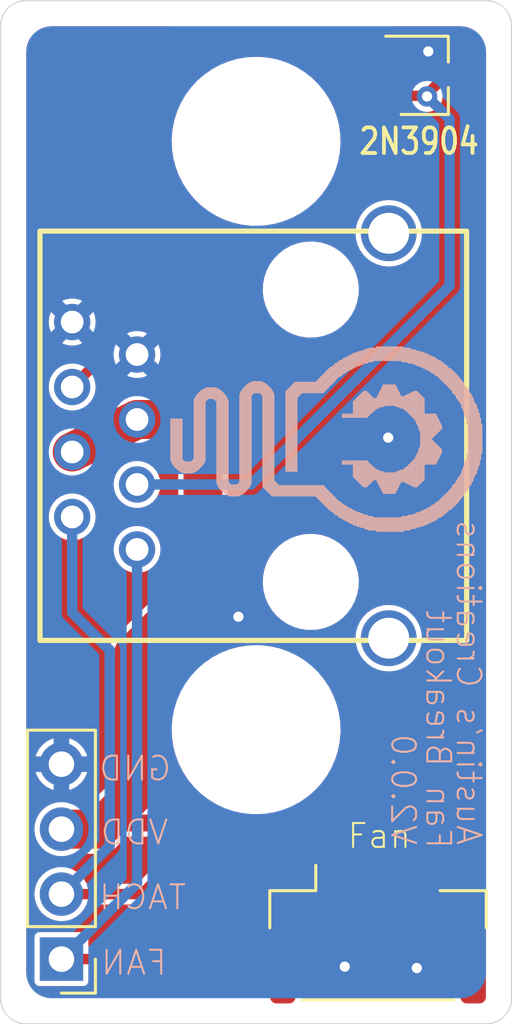
<source format=kicad_pcb>
(kicad_pcb (version 20221018) (generator pcbnew)
  (layers (0 "F.Cu" signal) (31 "B.Cu" signal) (34 "B.Paste" user) (35 "F.Paste" user) (36 "B.SilkS" user "B.Silkscreen") (37 "F.SilkS" user "F.Silkscreen") (38 "B.Mask" user) (39 "F.Mask" user) (44 "Edge.Cuts" user))
  (net 0 "")
  (net 1 "GND")
  (net 2 "VDD")
  (net 3 "TACH")
  (net 4 "FAN")
  (net 5 "DP")
  (net 6 "DN")
  (footprint "MountingHole:MountingHole_3.2mm_M3" (layer "F.Cu") (at 30 48.5)
    (fp_text reference "H2" hide)
    (fp_text value "MountingHole" hide)
    (pad "" np_thru_hole circle (at 0 0) (size 3.2 3.2) (drill 3.2) (layers "*.Cu" "*.Mask"))
  )
  (footprint "MountingHole:MountingHole_3.2mm_M3" (layer "F.Cu") (at 30 25.5)
    (fp_text reference "H1" hide)
    (fp_text value "MountingHole" hide)
    (pad "" np_thru_hole circle (at 0 0) (size 3.2 3.2) (drill 3.2) (layers "*.Cu" "*.Mask"))
  )
  (footprint "Package_TO_SOT_SMD:TSOT-23" (layer "F.Cu") (at 36.575 22.9)
    (fp_text reference "Q1" hide)
    (fp_text value "2N3904" (at -0.2 2.6) (layer "F.SilkS") (effects (font (size 1 0.8))))
    (pad "1" smd rect (at -1.31 -0.95) (size 1.22 0.65) (layers "F.Cu" "F.Paste" "F.Mask") (net 6 "DN"))
    (pad "2" smd rect (at -1.31 0.95) (size 1.22 0.65) (layers "F.Cu" "F.Paste" "F.Mask") (net 5 "DP"))
    (pad "3" smd rect (at 1.31 0) (size 1.22 0.65) (layers "F.Cu" "F.Paste" "F.Mask") (net 5 "DP"))
  )
  (footprint "Austins creations:R-RJ45S08P-B000" (layer "F.Cu") (at 30.54 37.01 -90)
    (fp_text reference "RJ45-1" hide)
    (fp_text value "R-RJ45S08P-B000" hide)
    (pad "" np_thru_hole circle locked (at -5.715 -1.6 270) (size 3.2512 3.2512) (drill 3.2512) (layers "*.Cu" "*.Mask"))
    (pad "" np_thru_hole circle locked (at 5.715 -1.6 270) (size 3.2512 3.2512) (drill 3.2512) (layers "*.Cu" "*.Mask"))
    (pad "1" thru_hole circle locked (at 4.445 5.2 270) (size 1.4224 1.4224) (drill 0.889) (layers "*.Cu" "*.Mask") (net 4 "FAN"))
    (pad "2" thru_hole circle locked (at 3.175 7.74 270) (size 1.4224 1.4224) (drill 0.889) (layers "*.Cu" "*.Mask") (net 3 "TACH"))
    (pad "3" thru_hole circle locked (at 1.905 5.2 270) (size 1.4224 1.4224) (drill 0.889) (layers "*.Cu" "*.Mask") (net 5 "DP"))
    (pad "4" thru_hole circle locked (at 0.635 7.74 270) (size 1.4224 1.4224) (drill 0.889) (layers "*.Cu" "*.Mask") (net 2 "VDD"))
    (pad "5" thru_hole circle locked (at -0.635 5.2 270) (size 1.4224 1.4224) (drill 0.889) (layers "*.Cu" "*.Mask") (net 2 "VDD"))
    (pad "6" thru_hole circle locked (at -1.905 7.74 270) (size 1.4224 1.4224) (drill 0.889) (layers "*.Cu" "*.Mask") (net 6 "DN"))
    (pad "7" thru_hole circle locked (at -3.175 5.2 270) (size 1.4224 1.4224) (drill 0.889) (layers "*.Cu" "*.Mask") (net 1 "GND"))
    (pad "8" thru_hole circle locked (at -4.445 7.74 270) (size 1.4224 1.4224) (drill 0.889) (layers "*.Cu" "*.Mask") (net 1 "GND"))
    (pad "MH1" thru_hole circle locked (at -7.915 -4.65 270) (size 2.1844 2.1844) (drill 1.6) (layers "*.Cu" "*.Mask"))
    (pad "MH2" thru_hole circle locked (at 7.915 -4.65 270) (size 2.1844 2.1844) (drill 1.6) (layers "*.Cu" "*.Mask"))
  )
  (footprint "Connector_PinHeader_2.54mm:PinHeader_1x04_P2.54mm_Vertical" (layer "F.Cu") (at 22.380001 57.469989 180)
    (fp_text reference "J1" hide)
    (fp_text value "Conn_01x04" hide)
    (pad "1" thru_hole rect (at 0 0 180) (size 1.7 1.7) (drill 1) (layers "*.Cu" "*.Mask") (net 4 "FAN"))
    (pad "2" thru_hole oval (at 0 2.54 180) (size 1.7 1.7) (drill 1) (layers "*.Cu" "*.Mask") (net 3 "TACH"))
    (pad "3" thru_hole oval (at 0 5.08 180) (size 1.7 1.7) (drill 1) (layers "*.Cu" "*.Mask") (net 2 "VDD"))
    (pad "4" thru_hole oval (at 0 7.62 180) (size 1.7 1.7) (drill 1) (layers "*.Cu" "*.Mask") (net 1 "GND"))
  )
  (footprint "Connector_JST:JST_GH_SM04B-GHS-TB_1x04-1MP_P1.25mm_Horizontal" (layer "F.Cu") (at 34.77 56.505)
    (fp_text reference "J2" hide)
    (fp_text value "Conn_01x04_MountingPin" hide)
    (pad "1" smd roundrect (at -1.875 -1.85) (size 0.6 1.7) (layers "F.Cu" "F.Paste" "F.Mask") (net 4 "FAN"))
    (pad "2" smd roundrect (at -0.625 -1.85) (size 0.6 1.7) (layers "F.Cu" "F.Paste" "F.Mask") (net 3 "TACH"))
    (pad "3" smd roundrect (at 0.625 -1.85) (size 0.6 1.7) (layers "F.Cu" "F.Paste" "F.Mask") (net 2 "VDD"))
    (pad "4" smd roundrect (at 1.875 -1.85) (size 0.6 1.7) (layers "F.Cu" "F.Paste" "F.Mask") (net 1 "GND"))
    (pad "MP" smd roundrect (at -3.725 1.35) (size 1 2.7) (layers "F.Cu" "F.Paste" "F.Mask") (net 1 "GND"))
    (pad "MP" smd roundrect (at 3.725 1.35) (size 1 2.7) (layers "F.Cu" "F.Paste" "F.Mask") (net 1 "GND"))
  )
  (footprint "logos:Creations logo med" (layer "B.Cu") (at 35.2 37.1 90)
    (fp_text reference "LOGO1" hide)
    (fp_text value "Creations_logo_med" hide)
  )
  (gr_arc (start 20 21) (mid 20.292893 20.292893) (end 21 20) (stroke (width 0.05)) (layer "Edge.Cuts"))
  (gr_line (start 21 60) (end 39 60) (stroke (width 0.05)) (layer "Edge.Cuts"))
  (gr_arc (start 39 20) (mid 39.707107 20.292893) (end 40 21) (stroke (width 0.05)) (layer "Edge.Cuts"))
  (gr_line (start 40 59) (end 40 21) (stroke (width 0.05)) (layer "Edge.Cuts"))
  (gr_line (start 20 21) (end 20 59) (stroke (width 0.05)) (layer "Edge.Cuts"))
  (gr_arc (start 40 59) (mid 39.707107 59.707107) (end 39 60) (stroke (width 0.05)) (layer "Edge.Cuts"))
  (gr_arc (start 21 60) (mid 20.292893 59.707107) (end 20 59) (stroke (width 0.05)) (layer "Edge.Cuts"))
  (gr_line (start 39 20) (end 21 20) (stroke (width 0.05)) (layer "Edge.Cuts"))
  (gr_text "TACH" (at 27.325 55.6) (layer "B.SilkS") (effects (font (size 0.93472 0.93472) (thickness 0.08128)) (justify left bottom mirror)))
  (gr_text "FAN" (at 26.56 58.16) (layer "B.SilkS") (effects (font (size 0.93472 0.93472) (thickness 0.08128)) (justify left bottom mirror)))
  (gr_text "V2.0.0" (at 36.3 48.6 -90) (layer "B.SilkS") (effects (font (size 0.93472 0.93472) (thickness 0.08128)) (justify right top mirror)))
  (gr_text "GND" (at 26.74 50.57) (layer "B.SilkS") (effects (font (size 0.93472 0.93472) (thickness 0.08128)) (justify left bottom mirror)))
  (gr_text "Fan Breakout\n" (at 37.675 43.765 -90) (layer "B.SilkS") (effects (font (size 0.93472 0.93472) (thickness 0.08128)) (justify right top mirror)))
  (gr_text "Austin's Creations\n" (at 38.864997 40.234997 -90) (layer "B.SilkS") (effects (font (size 0.93472 0.93472) (thickness 0.08128)) (justify right top mirror)))
  (gr_text "VDD" (at 26.625 53.065) (layer "B.SilkS") (effects (font (size 0.93472 0.93472) (thickness 0.08128)) (justify left bottom mirror)))
  (gr_text "Fan" (at 36.12 52.11) (layer "F.SilkS") (effects (font (size 0.93472 0.93472) (thickness 0.08128)) (justify right top)))
  (via (at 36.74 21.985) (size 0.8) (drill 0.4) (layers "F.Cu" "B.Cu") (net 1))
  (via (at 36.29 57.82) (size 0.8) (drill 0.4) (layers "F.Cu" "B.Cu") (net 1))
  (via (at 29.305 44.085) (size 0.8) (drill 0.4) (layers "F.Cu" "B.Cu") (net 1))
  (via (at 35.17 37.085) (size 0.8) (drill 0.4) (layers "F.Cu" "B.Cu") (net 1))
  (via (at 33.47 57.765) (size 0.8) (drill 0.4) (layers "F.Cu" "B.Cu") (net 1))
  (segment (start 25.205 51.04) (end 23.855 52.39) (width 1.524) (layer "F.Cu") (net 2))
  (segment (start 27.92 37.97) (end 27.92 42.81) (width 1.524) (layer "F.Cu") (net 2))
  (segment (start 24.095 52.15) (end 23.855 52.39) (width 0.6604) (layer "F.Cu") (net 2))
  (segment (start 35.4 54.54) (end 35.4 53) (width 0.6604) (layer "F.Cu") (net 2))
  (segment (start 26.325 36.375) (end 27.92 37.97) (width 1.524) (layer "F.Cu") (net 2))
  (segment (start 22.8 37.645) (end 25.34 36.375) (width 1.524) (layer "F.Cu") (net 2))
  (segment (start 25.205 45.525) (end 25.205 51.04) (width 1.524) (layer "F.Cu") (net 2))
  (segment (start 27.92 42.81) (end 25.205 45.525) (width 1.524) (layer "F.Cu") (net 2))
  (segment (start 34.55 52.15) (end 24.095 52.15) (width 0.6604) (layer "F.Cu") (net 2))
  (segment (start 23.855 52.39) (end 22.38 52.39) (width 1.524) (layer "F.Cu") (net 2))
  (segment (start 35.4 53) (end 34.55 52.15) (width 0.6604) (layer "F.Cu") (net 2))
  (segment (start 25.34 36.375) (end 26.325 36.375) (width 1.524) (layer "F.Cu") (net 2))
  (segment (start 27.0631 53.385) (end 25.5181 54.93) (width 0.4064) (layer "F.Cu") (net 3))
  (segment (start 25.5181 54.93) (end 22.38 54.93) (width 0.4064) (layer "F.Cu") (net 3))
  (segment (start 34.145 53.82) (end 33.71 53.385) (width 0.4064) (layer "F.Cu") (net 3))
  (segment (start 33.71 53.385) (end 27.0631 53.385) (width 0.4064) (layer "F.Cu") (net 3))
  (segment (start 34.145 54.655) (end 34.145 53.82) (width 0.4064) (layer "F.Cu") (net 3))
  (segment (start 22.8 40.185) (end 22.8 43.92) (width 0.4064) (layer "B.Cu") (net 3))
  (segment (start 24.27 45.39) (end 24.27 53.04) (width 0.4064) (layer "B.Cu") (net 3))
  (segment (start 22.8 43.92) (end 24.27 45.39) (width 0.4064) (layer "B.Cu") (net 3))
  (segment (start 24.27 53.04) (end 22.38 54.93) (width 0.4064) (layer "B.Cu") (net 3))
  (segment (start 32.74 54) (end 32.895 54.155) (width 0.4064) (layer "F.Cu") (net 4))
  (segment (start 22.38 57.47) (end 23.835 57.47) (width 0.4064) (layer "F.Cu") (net 4))
  (segment (start 27.305 54) (end 32.74 54) (width 0.4064) (layer "F.Cu") (net 4))
  (segment (start 23.835 57.47) (end 27.305 54) (width 0.4064) (layer "F.Cu") (net 4))
  (segment (start 32.895 54.155) (end 32.895 54.655) (width 0.4064) (layer "F.Cu") (net 4))
  (segment (start 25.34 41.455) (end 25.34 54.51) (width 0.4064) (layer "B.Cu") (net 4))
  (segment (start 25.34 54.51) (end 22.38 57.47) (width 0.4064) (layer "B.Cu") (net 4))
  (segment (start 36.69 23.745) (end 36.665 23.72) (width 0.4064) (layer "F.Cu") (net 5))
  (segment (start 36.665 23.72) (end 35.52 23.72) (width 0.4064) (layer "F.Cu") (net 5))
  (segment (start 37.45 22.9) (end 37.885 22.9) (width 0.4064) (layer "F.Cu") (net 5))
  (segment (start 36.69 23.745) (end 36.69 23.66) (width 0.4064) (layer "F.Cu") (net 5))
  (segment (start 36.69 23.66) (end 37.45 22.9) (width 0.4064) (layer "F.Cu") (net 5))
  (segment (start 35.52 23.72) (end 35.39 23.85) (width 0.4064) (layer "F.Cu") (net 5))
  (via (at 36.69 23.745) (size 0.8) (drill 0.4) (layers "F.Cu" "B.Cu") (net 5))
  (segment (start 37.575 24.63) (end 37.575 31.14) (width 0.4064) (layer "B.Cu") (net 5))
  (segment (start 37.575 31.14) (end 29.8 38.915) (width 0.4064) (layer "B.Cu") (net 5))
  (segment (start 36.69 23.745) (end 37.575 24.63) (width 0.4064) (layer "B.Cu") (net 5))
  (segment (start 29.8 38.915) (end 25.34 38.915) (width 0.4064) (layer "B.Cu") (net 5))
  (segment (start 25.285 23.245) (end 27.23 21.3) (width 0.4064) (layer "F.Cu") (net 6))
  (segment (start 23.913911 33.271089) (end 25.285 31.9) (width 0.4064) (layer "F.Cu") (net 6))
  (segment (start 27.23 21.3) (end 34.74 21.3) (width 0.4064) (layer "F.Cu") (net 6))
  (segment (start 22.8 35.105) (end 23.913911 33.991089) (width 0.4064) (layer "F.Cu") (net 6))
  (segment (start 25.285 31.9) (end 25.285 23.245) (width 0.4064) (layer "F.Cu") (net 6))
  (segment (start 34.74 21.3) (end 35.39 21.95) (width 0.4064) (layer "F.Cu") (net 6))
  (segment (start 23.913911 33.991089) (end 23.913911 33.271089) (width 0.4064) (layer "F.Cu") (net 6))
  (zone (net 1) (net_name "GND") (layers "F&B.Cu") (connect_pads (clearance 0.2032)) (min_thickness 0.2032) (fill yes (thermal_gap 0.2032) (thermal_bridge_width 0.6096) (smoothing fillet) (radius 1))
    (polygon (pts (xy 39 59) (xy 21 59) (xy 21 21) (xy 39 21)))
  )
)
</source>
